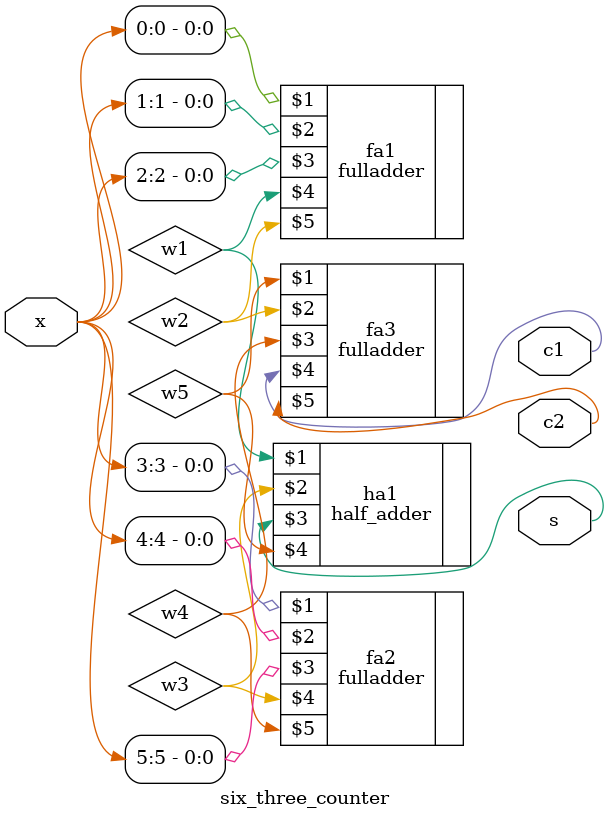
<source format=v>
`timescale 1ns / 1ps
module six_three_counter(
    input [0:5]x,
    output s,c1,c2
    );
fulladder fa1(x[0],x[1],x[2],w1,w2);
fulladder fa2(x[3],x[4],x[5],w3,w4);
half_adder ha1(w1,w3,s,w5);
fulladder fa3(w5,w2,w4,c1,c2);

endmodule

</source>
